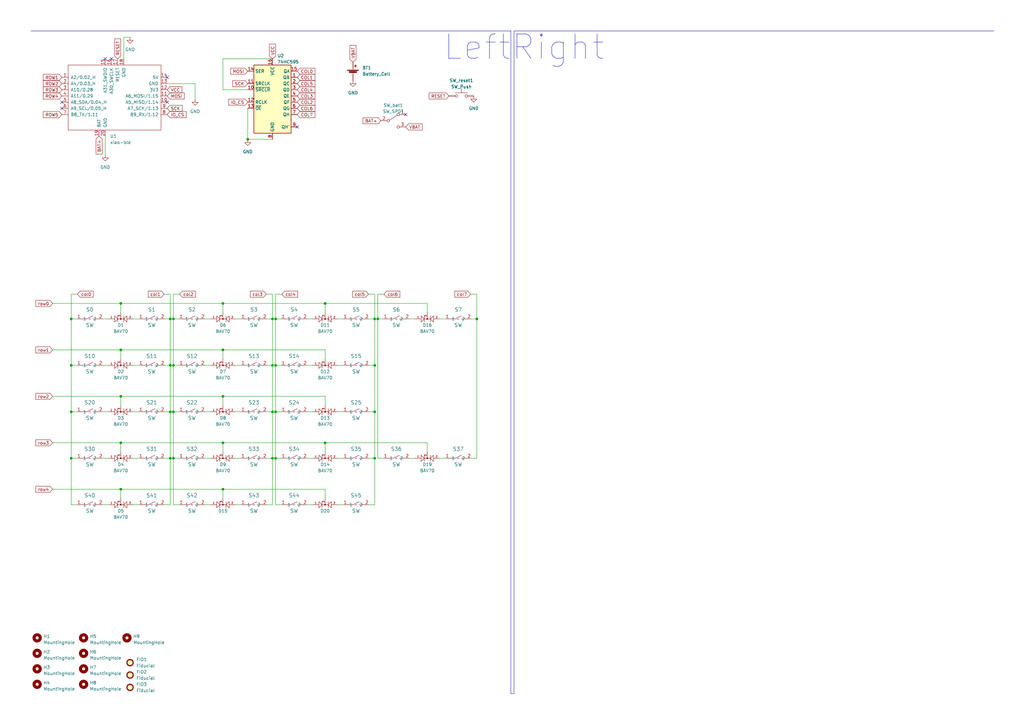
<source format=kicad_sch>
(kicad_sch (version 20230121) (generator eeschema)
  (paper "A3")
  (lib_symbols
    (symbol "74xx:74HC595"
      (property "Reference" "U" (at -7.62 13.97 0))
      (property "Value" "74HC595" (at -7.62 -16.51 0))
      (symbol "74HC595_1_0"
        (pin tri_state line (at 10.16 7.62 180) (length 2.54) (name "QB") (number "1"))
        (pin input line (at -10.16 2.54 0) (length 2.54) (name "~{SRCLR}") (number "10"))
        (pin input line (at -10.16 5.08 0) (length 2.54) (name "SRCLK") (number "11"))
        (pin input line (at -10.16 -2.54 0) (length 2.54) (name "RCLK") (number "12"))
        (pin input line (at -10.16 -5.08 0) (length 2.54) (name "~{OE}") (number "13"))
        (pin input line (at -10.16 10.16 0) (length 2.54) (name "SER") (number "14"))
        (pin tri_state line (at 10.16 10.16 180) (length 2.54) (name "QA") (number "15"))
        (pin power_in line (at 0 15.24 270) (length 2.54) (name "VCC") (number "16"))
        (pin tri_state line (at 10.16 5.08 180) (length 2.54) (name "QC") (number "2"))
        (pin tri_state line (at 10.16 2.54 180) (length 2.54) (name "QD") (number "3"))
        (pin tri_state line (at 10.16 0 180) (length 2.54) (name "QE") (number "4"))
        (pin tri_state line (at 10.16 -2.54 180) (length 2.54) (name "QF") (number "5"))
        (pin tri_state line (at 10.16 -5.08 180) (length 2.54) (name "QG") (number "6"))
        (pin tri_state line (at 10.16 -7.62 180) (length 2.54) (name "QH") (number "7"))
        (pin power_in line (at 0 -17.78 90) (length 2.54) (name "GND") (number "8"))
        (pin output line (at 10.16 -12.7 180) (length 2.54) (name "QH'") (number "9"))
      )
      (symbol "74HC595_1_1"
        (rectangle (start -7.62 12.7) (end 7.62 -15.24) (stroke (width 0.254)) (fill (type background)))
      )
    )
    (symbol "Device:Battery_Cell" (pin_numbers hide) (pin_names (offset 0) hide)
      (property "Reference" "BT" (at 2.54 2.54 0))
      (property "Value" "Battery_Cell" (at 2.54 0 0))
      (symbol "Battery_Cell_0_1"
        (rectangle (start -2.286 1.778) (end 2.286 1.524) (fill (type outline)))
        (rectangle (start -1.5748 1.1938) (end 1.4732 0.6858) (fill (type outline)))
        (polyline (pts (xy 0 0.762) (xy 0 0)))
        (polyline (pts (xy 0 1.778) (xy 0 2.54)))
        (polyline (pts (xy 0.508 3.429) (xy 1.524 3.429)) (stroke (width 0.254)))
        (polyline (pts (xy 1.016 3.937) (xy 1.016 2.921)) (stroke (width 0.254)))
      )
      (symbol "Battery_Cell_1_1"
        (pin passive line (at 0 5.08 270) (length 2.54) (name "+") (number "1"))
        (pin passive line (at 0 -2.54 90) (length 2.54) (name "-") (number "2"))
      )
    )
    (symbol "Mechanical:Fiducial"
      (property "Reference" "FID" (at 0 5.08 0))
      (property "Value" "Fiducial" (at 0 3.175 0))
      (symbol "Fiducial_0_1"
        (circle (center 0 0) (radius 1.27) (stroke (width 0.508)) (fill (type background)))
      )
    )
    (symbol "Mechanical:MountingHole" (pin_names (offset 1.016))
      (property "Reference" "H" (at 0 5.08 0))
      (property "Value" "MountingHole" (at 0 3.175 0))
      (symbol "MountingHole_0_1"
        (circle (center 0 0) (radius 1.27) (stroke (width 1.27)))
      )
    )
    (symbol "Switch:SW_Push" (pin_numbers hide) (pin_names (offset 1.016) hide)
      (property "Reference" "SW" (at 1.27 2.54 0))
      (property "Value" "SW_Push" (at 0 -1.524 0))
      (symbol "SW_Push_0_1"
        (circle (center -2.032 0) (radius 0.508))
        (polyline (pts (xy 0 1.27) (xy 0 3.048)))
        (polyline (pts (xy 2.54 1.27) (xy -2.54 1.27)))
        (circle (center 2.032 0) (radius 0.508))
        (pin passive line (at -5.08 0 0) (length 2.54) (name "1") (number "1"))
        (pin passive line (at 5.08 0 180) (length 2.54) (name "2") (number "2"))
      )
    )
    (symbol "Switch:SW_SPDT" (pin_names (offset 0) hide)
      (property "Reference" "SW" (at 0 4.318 0))
      (property "Value" "SW_SPDT" (at 0 -5.08 0))
      (symbol "SW_SPDT_0_0"
        (circle (center -2.032 0) (radius 0.508))
        (circle (center 2.032 -2.54) (radius 0.508))
      )
      (symbol "SW_SPDT_0_1"
        (polyline (pts (xy -1.524 0.254) (xy 1.651 2.286)))
        (circle (center 2.032 2.54) (radius 0.508))
      )
      (symbol "SW_SPDT_1_1"
        (pin passive line (at 5.08 2.54 180) (length 2.54) (name "A") (number "1"))
        (pin passive line (at -5.08 0 0) (length 2.54) (name "B") (number "2"))
        (pin passive line (at 5.08 -2.54 180) (length 2.54) (name "C") (number "3"))
      )
    )
    (symbol "YAEMK:MX_1U" (pin_names (offset 1.016))
      (property "Reference" "S" (at 0 -2.54 0))
      (property "Value" "MX_1U" (at 0 3.81 0))
      (symbol "MX_1U_1_1"
        (polyline (pts (xy 2.54 0) (xy 1.27 0)))
        (polyline (pts (xy 3.81 0) (xy 2.54 0)))
        (polyline (pts (xy 1.27 1.27) (xy -1.27 0) (xy -3.81 0)))
        (pin bidirectional line (at -5.08 0 0) (length 1.27) (name "1") (number "1"))
        (pin bidirectional line (at 5.08 0 180) (length 1.27) (name "2") (number "2"))
      )
    )
    (symbol "hillside_basic:BAV70_Small" (pin_names (offset 0.762) hide)
      (property "Reference" "D" (at 0.635 -2.54 0))
      (property "Value" "BAV70_Small" (at 0 2.54 0))
      (symbol "BAV70_Small_0_1"
        (polyline (pts (xy -1.27 1.27) (xy -1.27 -1.27)))
        (polyline (pts (xy 1.27 0) (xy -1.27 0)))
        (polyline (pts (xy 1.27 1.27) (xy 1.27 -1.27)))
        (polyline (pts (xy -2.54 1.27) (xy -2.54 -1.27) (xy -1.27 0) (xy -2.54 1.27)))
        (polyline (pts (xy 2.54 1.27) (xy 2.54 -1.27) (xy 1.27 0) (xy 2.54 1.27)))
        (circle (center 0 0) (radius 0.254) (fill (type outline)))
      )
      (symbol "BAV70_Small_1_1"
        (pin input line (at -5.08 0 0) (length 2.54) (name "A1") (number "1"))
        (pin input line (at 5.08 0 180) (length 2.54) (name "A2") (number "2"))
        (pin passive line (at 0 -2.54 90) (length 2.54) (name "K") (number "3"))
      )
    )
    (symbol "power:GND" (power) (pin_names (offset 0))
      (property "Value" "GND" (at 0 -3.81 0))
      (symbol "GND_0_1"
        (polyline (pts (xy 0 0) (xy 0 -1.27) (xy 1.27 -1.27) (xy 0 -2.54) (xy -1.27 -1.27) (xy 0 -1.27)))
      )
      (symbol "GND_1_1"
        (pin power_in line (at 0 0 270) (length 0) hide (name "GND") (number "1"))
      )
    )
    (symbol "sepp:xiao-ble-geist" (pin_names (offset 1.016))
      (property "Reference" "U1" (at -19.304 17.78 0))
      (property "Value" "xiao-ble" (at -19.304 15.24 0))
      (symbol "xiao-ble-geist_0_1"
        (rectangle (start -19.05 12.7) (end 19.05 -13.97))
      )
      (symbol "xiao-ble-geist_1_1"
        (pin bidirectional line (at -21.59 7.62 0) (length 2.54) (name "A2/0.02_H") (number "1"))
        (pin bidirectional line (at 21.59 -2.54 180) (length 2.54) (name "A5_MISO/1.14") (number "10"))
        (pin bidirectional line (at 21.59 0 180) (length 2.54) (name "A6_MOSI/1.15") (number "11"))
        (pin power_out line (at 21.59 2.54 180) (length 2.54) (name "3V3") (number "12"))
        (pin power_out line (at 21.59 5.08 180) (length 2.54) (name "GND") (number "13"))
        (pin power_out line (at 21.59 7.62 180) (length 2.54) (name "5V") (number "14"))
        (pin input line (at -3.81 15.24 270) (length 2.54) (name "A31_SWDIO") (number "15"))
        (pin input line (at -1.27 15.24 270) (length 2.54) (name "A30_SWCLK") (number "16"))
        (pin input line (at 1.27 15.24 270) (length 2.54) (name "RESET") (number "17"))
        (pin power_out line (at 3.81 15.24 270) (length 2.54) (name "GND") (number "18"))
        (pin bidirectional line (at -6.35 -16.51 90) (length 2.54) (name "BAT") (number "19"))
        (pin bidirectional line (at -21.59 5.08 0) (length 2.54) (name "A4/0.03_H") (number "2"))
        (pin power_out line (at -3.81 -16.51 90) (length 2.54) (name "GND") (number "20"))
        (pin bidirectional line (at -21.59 2.54 0) (length 2.54) (name "A10/0.28") (number "3"))
        (pin bidirectional line (at -21.59 0 0) (length 2.54) (name "A11/0.29") (number "4"))
        (pin bidirectional line (at -21.59 -2.54 0) (length 2.54) (name "A8_SDA/0.04_H") (number "5"))
        (pin bidirectional line (at -21.59 -5.08 0) (length 2.54) (name "A9_SCL/0.05_H") (number "6"))
        (pin bidirectional line (at -21.59 -7.62 0) (length 2.54) (name "B8_TX/1.11") (number "7"))
        (pin bidirectional line (at 21.59 -7.62 180) (length 2.54) (name "B9_RX/1.12") (number "8"))
        (pin bidirectional line (at 21.59 -5.08 180) (length 2.54) (name "A7_SCK/1.13") (number "9"))
      )
    )
  )
  (junction (at 153.67 149.86))
  (junction (at 113.03 130.81))
  (junction (at 153.67 187.96))
  (junction (at 49.53 162.56))
  (junction (at 111.76 130.81))
  (junction (at 49.53 143.51))
  (junction (at 91.44 162.56))
  (junction (at 69.85 149.86))
  (junction (at 113.03 187.96))
  (junction (at 71.12 168.91))
  (junction (at 71.12 149.86))
  (junction (at 113.03 168.91))
  (junction (at 153.67 130.81))
  (junction (at 29.21 149.86))
  (junction (at 69.85 130.81))
  (junction (at 154.94 130.81))
  (junction (at 49.53 181.61))
  (junction (at 71.12 187.96))
  (junction (at 29.21 130.81))
  (junction (at 153.67 168.91))
  (junction (at 111.76 187.96))
  (junction (at 195.58 130.81))
  (junction (at 133.35 181.61))
  (junction (at 91.44 181.61))
  (junction (at 91.44 143.51))
  (junction (at 113.03 149.86))
  (junction (at 49.53 200.66))
  (junction (at 111.76 149.86))
  (junction (at 29.21 187.96))
  (junction (at 111.76 168.91))
  (junction (at 29.21 168.91))
  (junction (at 69.85 187.96))
  (junction (at 91.44 124.46))
  (junction (at 101.6 57.15))
  (junction (at 71.12 130.81))
  (junction (at 91.44 200.66))
  (junction (at 69.85 168.91))
  (junction (at 49.53 124.46))
  (junction (at 133.35 124.46))
  (no_connect (at 25.4 44.45))
  (no_connect (at 68.58 31.75))
  (no_connect (at 68.58 41.91))
  (no_connect (at 166.37 46.99))
  (no_connect (at 45.72 24.13))
  (no_connect (at 25.4 41.91))
  (no_connect (at 43.18 24.13))
  (no_connect (at 121.92 52.07))
  (wire (pts (xy 111.76 120.65) (xy 109.22 120.65)))
  (wire (pts (xy 21.59 124.46) (xy 49.53 124.46)))
  (wire (pts (xy 111.76 168.91) (xy 111.76 149.86)))
  (wire (pts (xy 71.12 130.81) (xy 71.12 120.65)))
  (wire (pts (xy 49.53 162.56) (xy 49.53 166.37)))
  (wire (pts (xy 91.44 181.61) (xy 133.35 181.61)))
  (wire (pts (xy 115.57 207.01) (xy 113.03 207.01)))
  (wire (pts (xy 83.82 130.81) (xy 86.36 130.81)))
  (wire (pts (xy 91.44 143.51) (xy 91.44 147.32)))
  (wire (pts (xy 91.44 124.46) (xy 91.44 128.27)))
  (wire (pts (xy 138.43 207.01) (xy 140.97 207.01)))
  (wire (pts (xy 125.73 207.01) (xy 128.27 207.01)))
  (wire (pts (xy 113.03 130.81) (xy 115.57 130.81)))
  (polyline (pts (xy 210.82 12.7) (xy 210.82 284.48)))
  (wire (pts (xy 83.82 187.96) (xy 86.36 187.96)))
  (wire (pts (xy 113.03 187.96) (xy 113.03 168.91)))
  (wire (pts (xy 29.21 187.96) (xy 29.21 207.01)))
  (wire (pts (xy 71.12 130.81) (xy 73.66 130.81)))
  (wire (pts (xy 80.01 40.64) (xy 80.01 34.29)))
  (wire (pts (xy 133.35 162.56) (xy 133.35 166.37)))
  (wire (pts (xy 193.04 130.81) (xy 195.58 130.81)))
  (wire (pts (xy 91.44 24.13) (xy 111.76 24.13)))
  (wire (pts (xy 133.35 181.61) (xy 133.35 185.42)))
  (wire (pts (xy 154.94 130.81) (xy 154.94 187.96)))
  (wire (pts (xy 54.61 187.96) (xy 57.15 187.96)))
  (wire (pts (xy 96.52 130.81) (xy 99.06 130.81)))
  (wire (pts (xy 153.67 207.01) (xy 153.67 187.96)))
  (wire (pts (xy 125.73 130.81) (xy 128.27 130.81)))
  (wire (pts (xy 91.44 36.83) (xy 91.44 24.13)))
  (wire (pts (xy 175.26 181.61) (xy 175.26 185.42)))
  (wire (pts (xy 71.12 149.86) (xy 71.12 130.81)))
  (wire (pts (xy 71.12 168.91) (xy 73.66 168.91)))
  (wire (pts (xy 154.94 120.65) (xy 157.48 120.65)))
  (wire (pts (xy 49.53 124.46) (xy 49.53 128.27)))
  (wire (pts (xy 69.85 130.81) (xy 69.85 120.65)))
  (wire (pts (xy 54.61 130.81) (xy 57.15 130.81)))
  (wire (pts (xy 175.26 124.46) (xy 175.26 128.27)))
  (wire (pts (xy 113.03 187.96) (xy 115.57 187.96)))
  (wire (pts (xy 67.31 168.91) (xy 69.85 168.91)))
  (wire (pts (xy 153.67 149.86) (xy 153.67 130.81)))
  (wire (pts (xy 71.12 187.96) (xy 73.66 187.96)))
  (wire (pts (xy 21.59 143.51) (xy 49.53 143.51)))
  (wire (pts (xy 53.34 15.24) (xy 50.8 15.24)))
  (wire (pts (xy 111.76 207.01) (xy 111.76 187.96)))
  (wire (pts (xy 21.59 181.61) (xy 49.53 181.61)))
  (wire (pts (xy 138.43 149.86) (xy 140.97 149.86)))
  (wire (pts (xy 113.03 168.91) (xy 113.03 149.86)))
  (wire (pts (xy 151.13 187.96) (xy 153.67 187.96)))
  (wire (pts (xy 113.03 130.81) (xy 113.03 120.65)))
  (wire (pts (xy 71.12 149.86) (xy 73.66 149.86)))
  (wire (pts (xy 133.35 181.61) (xy 175.26 181.61)))
  (wire (pts (xy 113.03 149.86) (xy 115.57 149.86)))
  (wire (pts (xy 71.12 168.91) (xy 71.12 149.86)))
  (wire (pts (xy 91.44 143.51) (xy 133.35 143.51)))
  (polyline (pts (xy 210.82 284.48) (xy 209.55 284.48)))
  (wire (pts (xy 71.12 187.96) (xy 71.12 168.91)))
  (wire (pts (xy 54.61 149.86) (xy 57.15 149.86)))
  (wire (pts (xy 50.8 15.24) (xy 50.8 24.13)))
  (wire (pts (xy 180.34 187.96) (xy 182.88 187.96)))
  (wire (pts (xy 151.13 168.91) (xy 153.67 168.91)))
  (wire (pts (xy 111.76 187.96) (xy 111.76 168.91)))
  (wire (pts (xy 101.6 36.83) (xy 91.44 36.83)))
  (wire (pts (xy 109.22 149.86) (xy 111.76 149.86)))
  (wire (pts (xy 69.85 149.86) (xy 69.85 130.81)))
  (wire (pts (xy 91.44 200.66) (xy 91.44 204.47)))
  (wire (pts (xy 29.21 187.96) (xy 31.75 187.96)))
  (wire (pts (xy 21.59 162.56) (xy 49.53 162.56)))
  (wire (pts (xy 29.21 149.86) (xy 29.21 130.81)))
  (wire (pts (xy 91.44 181.61) (xy 91.44 185.42)))
  (wire (pts (xy 69.85 168.91) (xy 69.85 149.86)))
  (wire (pts (xy 29.21 207.01) (xy 31.75 207.01)))
  (wire (pts (xy 91.44 162.56) (xy 133.35 162.56)))
  (wire (pts (xy 29.21 168.91) (xy 29.21 149.86)))
  (wire (pts (xy 133.35 124.46) (xy 175.26 124.46)))
  (wire (pts (xy 154.94 130.81) (xy 157.48 130.81)))
  (wire (pts (xy 49.53 181.61) (xy 91.44 181.61)))
  (wire (pts (xy 41.91 130.81) (xy 44.45 130.81)))
  (wire (pts (xy 67.31 149.86) (xy 69.85 149.86)))
  (wire (pts (xy 67.31 187.96) (xy 69.85 187.96)))
  (wire (pts (xy 96.52 149.86) (xy 99.06 149.86)))
  (wire (pts (xy 138.43 187.96) (xy 140.97 187.96)))
  (wire (pts (xy 41.91 187.96) (xy 44.45 187.96)))
  (wire (pts (xy 29.21 187.96) (xy 29.21 168.91)))
  (wire (pts (xy 49.53 181.61) (xy 49.53 185.42)))
  (wire (pts (xy 49.53 143.51) (xy 49.53 147.32)))
  (wire (pts (xy 96.52 187.96) (xy 99.06 187.96)))
  (wire (pts (xy 91.44 124.46) (xy 133.35 124.46)))
  (wire (pts (xy 111.76 149.86) (xy 111.76 130.81)))
  (wire (pts (xy 133.35 143.51) (xy 133.35 147.32)))
  (polyline (pts (xy 209.55 284.48) (xy 209.55 12.7)))
  (wire (pts (xy 91.44 162.56) (xy 91.44 166.37)))
  (wire (pts (xy 83.82 168.91) (xy 86.36 168.91)))
  (wire (pts (xy 41.91 149.86) (xy 44.45 149.86)))
  (wire (pts (xy 195.58 120.65) (xy 195.58 130.81)))
  (wire (pts (xy 167.64 130.81) (xy 170.18 130.81)))
  (wire (pts (xy 138.43 168.91) (xy 140.97 168.91)))
  (wire (pts (xy 195.58 130.81) (xy 195.58 187.96)))
  (wire (pts (xy 138.43 130.81) (xy 140.97 130.81)))
  (wire (pts (xy 133.35 200.66) (xy 133.35 204.47)))
  (wire (pts (xy 29.21 168.91) (xy 31.75 168.91)))
  (wire (pts (xy 29.21 130.81) (xy 31.75 130.81)))
  (wire (pts (xy 151.13 130.81) (xy 153.67 130.81)))
  (wire (pts (xy 29.21 120.65) (xy 31.75 120.65)))
  (wire (pts (xy 96.52 207.01) (xy 99.06 207.01)))
  (wire (pts (xy 154.94 130.81) (xy 154.94 120.65)))
  (wire (pts (xy 113.03 168.91) (xy 115.57 168.91)))
  (wire (pts (xy 153.67 120.65) (xy 151.13 120.65)))
  (wire (pts (xy 49.53 162.56) (xy 91.44 162.56)))
  (wire (pts (xy 96.52 168.91) (xy 99.06 168.91)))
  (wire (pts (xy 153.67 187.96) (xy 153.67 168.91)))
  (wire (pts (xy 109.22 168.91) (xy 111.76 168.91)))
  (wire (pts (xy 80.01 34.29) (xy 68.58 34.29)))
  (wire (pts (xy 125.73 149.86) (xy 128.27 149.86)))
  (wire (pts (xy 151.13 149.86) (xy 153.67 149.86)))
  (wire (pts (xy 83.82 149.86) (xy 86.36 149.86)))
  (polyline (pts (xy 407.67 12.7) (xy 210.82 12.7)))
  (wire (pts (xy 91.44 200.66) (xy 133.35 200.66)))
  (wire (pts (xy 69.85 207.01) (xy 67.31 207.01)))
  (wire (pts (xy 49.53 200.66) (xy 49.53 204.47)))
  (wire (pts (xy 101.6 44.45) (xy 101.6 57.15)))
  (wire (pts (xy 41.91 168.91) (xy 44.45 168.91)))
  (wire (pts (xy 21.59 200.66) (xy 49.53 200.66)))
  (wire (pts (xy 69.85 120.65) (xy 67.31 120.65)))
  (wire (pts (xy 71.12 207.01) (xy 73.66 207.01)))
  (wire (pts (xy 113.03 120.65) (xy 115.57 120.65)))
  (wire (pts (xy 29.21 149.86) (xy 31.75 149.86)))
  (wire (pts (xy 49.53 143.51) (xy 91.44 143.51)))
  (wire (pts (xy 113.03 207.01) (xy 113.03 187.96)))
  (wire (pts (xy 109.22 130.81) (xy 111.76 130.81)))
  (wire (pts (xy 180.34 130.81) (xy 182.88 130.81)))
  (wire (pts (xy 193.04 187.96) (xy 195.58 187.96)))
  (wire (pts (xy 49.53 200.66) (xy 91.44 200.66)))
  (wire (pts (xy 153.67 130.81) (xy 153.67 120.65)))
  (wire (pts (xy 67.31 130.81) (xy 69.85 130.81)))
  (wire (pts (xy 195.58 120.65) (xy 193.04 120.65)))
  (wire (pts (xy 111.76 130.81) (xy 111.76 120.65)))
  (wire (pts (xy 71.12 187.96) (xy 71.12 207.01)))
  (wire (pts (xy 154.94 187.96) (xy 157.48 187.96)))
  (wire (pts (xy 125.73 168.91) (xy 128.27 168.91)))
  (wire (pts (xy 54.61 168.91) (xy 57.15 168.91)))
  (wire (pts (xy 71.12 120.65) (xy 73.66 120.65)))
  (wire (pts (xy 133.35 124.46) (xy 133.35 128.27)))
  (wire (pts (xy 153.67 168.91) (xy 153.67 149.86)))
  (wire (pts (xy 101.6 57.15) (xy 111.76 57.15)))
  (wire (pts (xy 69.85 187.96) (xy 69.85 168.91)))
  (wire (pts (xy 109.22 187.96) (xy 111.76 187.96)))
  (wire (pts (xy 151.13 207.01) (xy 153.67 207.01)))
  (wire (pts (xy 83.82 207.01) (xy 86.36 207.01)))
  (wire (pts (xy 41.91 207.01) (xy 44.45 207.01)))
  (wire (pts (xy 125.73 187.96) (xy 128.27 187.96)))
  (wire (pts (xy 69.85 187.96) (xy 69.85 207.01)))
  (wire (pts (xy 113.03 149.86) (xy 113.03 130.81)))
  (wire (pts (xy 49.53 124.46) (xy 91.44 124.46)))
  (wire (pts (xy 109.22 207.01) (xy 111.76 207.01)))
  (wire (pts (xy 54.61 207.01) (xy 57.15 207.01)))
  (wire (pts (xy 167.64 187.96) (xy 170.18 187.96)))
  (wire (pts (xy 29.21 130.81) (xy 29.21 120.65)))
  (polyline (pts (xy 12.7 12.7) (xy 209.55 12.7)))
  (wire (pts (xy 43.18 63.5) (xy 43.18 55.88)))
  (text "Left" (at 181.61 25.4 0) (effects (font (size 10 10)) (justify left bottom)))
  (text "Right" (at 209.55 25.4 0) (effects (font (size 10 10)) (justify left bottom)))
  (global_label "COL4" (shape input) (at 121.92 36.83 0) (property "Intersheetrefs" "${INTERSHEET_REFS}" (effects hide)))
  (global_label "col2" (shape input) (at 73.66 120.65 0) (property "Intersheetrefs" "${INTERSHEET_REFS}" (effects hide)) (property "Referenzen zwischen Schaltplänen" "${INTERSHEET_REFS}" (effects hide)))
  (global_label "RESET" (shape input) (at 48.26 24.13 90) (property "Intersheetrefs" "${INTERSHEET_REFS}" (effects hide)))
  (global_label "COL1" (shape input) (at 121.92 31.75 0) (property "Intersheetrefs" "${INTERSHEET_REFS}" (effects hide)))
  (global_label "ROW1" (shape input) (at 25.4 31.75 180) (property "Intersheetrefs" "${INTERSHEET_REFS}" (effects hide)))
  (global_label "COL6" (shape input) (at 121.92 44.45 0) (property "Intersheetrefs" "${INTERSHEET_REFS}" (effects hide)))
  (global_label "row2" (shape input) (at 21.59 162.56 180) (property "Intersheetrefs" "${INTERSHEET_REFS}" (effects hide)) (property "Referenzen zwischen Schaltplänen" "${INTERSHEET_REFS}" (effects hide)))
  (global_label "IO_CS" (shape input) (at 101.6 41.91 180) (property "Intersheetrefs" "${INTERSHEET_REFS}" (effects hide)))
  (global_label "row3" (shape input) (at 21.59 181.61 180) (property "Intersheetrefs" "${INTERSHEET_REFS}" (effects hide)) (property "Referenzen zwischen Schaltplänen" "${INTERSHEET_REFS}" (effects hide)))
  (global_label "SCK" (shape input) (at 68.58 44.45 0) (property "Intersheetrefs" "${INTERSHEET_REFS}" (effects hide)))
  (global_label "col4" (shape input) (at 115.57 120.65 0) (property "Intersheetrefs" "${INTERSHEET_REFS}" (effects hide)) (property "Referenzen zwischen Schaltplänen" "${INTERSHEET_REFS}" (effects hide)))
  (global_label "BAT+" (shape input) (at 156.21 49.53 180) (property "Intersheetrefs" "${INTERSHEET_REFS}" (effects hide)))
  (global_label "MOSI" (shape input) (at 68.58 39.37 0) (property "Intersheetrefs" "${INTERSHEET_REFS}" (effects hide)))
  (global_label "row1" (shape input) (at 21.59 143.51 180) (property "Intersheetrefs" "${INTERSHEET_REFS}" (effects hide)) (property "Referenzen zwischen Schaltplänen" "${INTERSHEET_REFS}" (effects hide)))
  (global_label "row0" (shape input) (at 21.59 124.46 180) (property "Intersheetrefs" "${INTERSHEET_REFS}" (effects hide)) (property "Referenzen zwischen Schaltplänen" "${INTERSHEET_REFS}" (effects hide)))
  (global_label "VCC" (shape input) (at 111.76 24.13 90) (property "Intersheetrefs" "${INTERSHEET_REFS}" (effects hide)))
  (global_label "COL2" (shape input) (at 121.92 41.91 0) (property "Intersheetrefs" "${INTERSHEET_REFS}" (effects hide)))
  (global_label "ROW3" (shape input) (at 25.4 36.83 180) (property "Intersheetrefs" "${INTERSHEET_REFS}" (effects hide)))
  (global_label "col0" (shape input) (at 31.75 120.65 0) (property "Intersheetrefs" "${INTERSHEET_REFS}" (effects hide)) (property "Referenzen zwischen Schaltplänen" "${INTERSHEET_REFS}" (effects hide)))
  (global_label "VBAT" (shape input) (at 144.78 25.4 90) (property "Intersheetrefs" "${INTERSHEET_REFS}" (effects hide)))
  (global_label "SCK" (shape input) (at 101.6 34.29 180) (property "Intersheetrefs" "${INTERSHEET_REFS}" (effects hide)))
  (global_label "BAT+" (shape input) (at 40.64 55.88 270) (property "Intersheetrefs" "${INTERSHEET_REFS}" (effects hide)))
  (global_label "IO_CS" (shape input) (at 68.58 46.99 0) (property "Intersheetrefs" "${INTERSHEET_REFS}" (effects hide)))
  (global_label "COL3" (shape input) (at 121.92 39.37 0) (property "Intersheetrefs" "${INTERSHEET_REFS}" (effects hide)))
  (global_label "ROW5" (shape input) (at 25.4 46.99 180) (property "Intersheetrefs" "${INTERSHEET_REFS}" (effects hide)))
  (global_label "VCC" (shape input) (at 68.58 36.83 0) (property "Intersheetrefs" "${INTERSHEET_REFS}" (effects hide)))
  (global_label "col6" (shape input) (at 157.48 120.65 0) (property "Intersheetrefs" "${INTERSHEET_REFS}" (effects hide)) (property "Referenzen zwischen Schaltplänen" "${INTERSHEET_REFS}" (effects hide)))
  (global_label "col3" (shape input) (at 109.22 120.65 180) (property "Intersheetrefs" "${INTERSHEET_REFS}" (effects hide)) (property "Referenzen zwischen Schaltplänen" "${INTERSHEET_REFS}" (effects hide)))
  (global_label "VBAT" (shape input) (at 166.37 52.07 0) (property "Intersheetrefs" "${INTERSHEET_REFS}" (effects hide)))
  (global_label "COL7" (shape input) (at 121.92 46.99 0) (property "Intersheetrefs" "${INTERSHEET_REFS}" (effects hide)))
  (global_label "RESET" (shape input) (at 184.15 39.37 180) (property "Intersheetrefs" "${INTERSHEET_REFS}" (effects hide)))
  (global_label "MOSI" (shape input) (at 101.6 29.21 180) (property "Intersheetrefs" "${INTERSHEET_REFS}" (effects hide)))
  (global_label "COL0" (shape input) (at 121.92 29.21 0) (property "Intersheetrefs" "${INTERSHEET_REFS}" (effects hide)))
  (global_label "ROW2" (shape input) (at 25.4 34.29 180) (property "Intersheetrefs" "${INTERSHEET_REFS}" (effects hide)))
  (global_label "ROW4" (shape input) (at 25.4 39.37 180) (property "Intersheetrefs" "${INTERSHEET_REFS}" (effects hide)))
  (global_label "row4" (shape input) (at 21.59 200.66 180) (property "Intersheetrefs" "${INTERSHEET_REFS}" (effects hide)) (property "Referenzen zwischen Schaltplänen" "${INTERSHEET_REFS}" (effects hide)))
  (global_label "col1" (shape input) (at 67.31 120.65 180) (property "Intersheetrefs" "${INTERSHEET_REFS}" (effects hide)) (property "Referenzen zwischen Schaltplänen" "${INTERSHEET_REFS}" (effects hide)))
  (global_label "col7" (shape input) (at 193.04 120.65 180) (property "Intersheetrefs" "${INTERSHEET_REFS}" (effects hide)) (property "Referenzen zwischen Schaltplänen" "${INTERSHEET_REFS}" (effects hide)))
  (global_label "COL5" (shape input) (at 121.92 34.29 0) (property "Intersheetrefs" "${INTERSHEET_REFS}" (effects hide)))
  (global_label "col5" (shape input) (at 151.13 120.65 180) (property "Intersheetrefs" "${INTERSHEET_REFS}" (effects hide)) (property "Referenzen zwischen Schaltplänen" "${INTERSHEET_REFS}" (effects hide)))
  (symbol (lib_id "Mechanical:MountingHole") (at 15.24 261.62 0) (unit 1)
    (property "Reference" "H1" (at 17.78 260.985 0) (effects (justify left)))
    (property "Value" "MountingHole" (at 17.78 263.525 0) (effects (justify left)))
    (property "Footprint" "MountingHole:MountingHole_2.2mm_M2_DIN965" (effects hide))
  )
  (symbol (lib_id "power:GND") (at 53.34 15.24 0) (unit 1)
    (property "Reference" "#PWR02" (effects hide))
    (property "Value" "GND" (at 53.34 20.32 0))
  )
  (symbol (lib_id "Mechanical:Fiducial") (at 53.34 271.78 0) (unit 1)
    (property "Reference" "FID1" (at 55.88 270.5099 0) (effects (justify left)))
    (property "Value" "Fiducial" (at 55.88 273.0499 0) (effects (justify left)))
    (property "Footprint" "Fiducial:Fiducial_1mm_Mask2mm" (effects hide))
  )
  (symbol (lib_id "Mechanical:Fiducial") (at 53.34 281.94 0) (unit 1)
    (property "Reference" "FID3" (at 55.88 280.6699 0) (effects (justify left)))
    (property "Value" "Fiducial" (at 55.88 283.2099 0) (effects (justify left)))
    (property "Footprint" "Fiducial:Fiducial_1mm_Mask2mm" (effects hide))
  )
  (symbol (lib_id "power:GND") (at 101.6 57.15 0) (unit 1)
    (property "Reference" "#PWR04" (effects hide))
    (property "Value" "GND" (at 101.6 62.23 0))
  )
  (symbol (lib_id "YAEMK:MX_1U") (at 146.05 149.86 0) (unit 1)
    (property "Reference" "S15" (at 146.05 146.05 0) (effects (font (size 1.524 1.524))))
    (property "Value" "SW" (at 146.05 152.4 0) (effects (font (size 1.524 1.524))))
    (property "Footprint" "pretty:MX-1U-Hotswap" (effects hide))
    (property "Datasheet" "~" (at 146.05 149.86 0) (effects (font (size 1.524 1.524))))
    (property "JLCPCB BOM" "0" (effects hide))
  )
  (symbol (lib_id "hillside_basic:BAV70_Small") (at 49.53 207.01 0) (mirror x) (unit 1)
    (property "Reference" "D5" (at 49.53 209.55 0))
    (property "Value" "BAV70" (at 49.53 212.09 0))
    (property "Footprint" "Package_TO_SOT_SMD:SOT-23" (effects hide))
    (property "Datasheet" "https://assets.nexperia.com/documents/data-sheet/BAV70_SER.pdf" (effects hide))
  )
  (symbol (lib_id "power:GND") (at 80.01 40.64 0) (unit 1)
    (property "Reference" "#PWR03" (effects hide))
    (property "Value" "GND" (at 80.01 45.72 0))
  )
  (symbol (lib_id "hillside_basic:BAV70_Small") (at 91.44 130.81 0) (mirror x) (unit 1)
    (property "Reference" "D6" (at 91.44 133.35 0))
    (property "Value" "BAV70" (at 91.44 135.89 0))
    (property "Footprint" "Package_TO_SOT_SMD:SOT-23" (effects hide))
    (property "Datasheet" "https://assets.nexperia.com/documents/data-sheet/BAV70_SER.pdf" (effects hide))
  )
  (symbol (lib_id "YAEMK:MX_1U") (at 104.14 187.96 0) (unit 1)
    (property "Reference" "S33" (at 104.14 184.15 0) (effects (font (size 1.524 1.524))))
    (property "Value" "SW" (at 104.14 190.5 0) (effects (font (size 1.524 1.524))))
    (property "Footprint" "pretty:MX-1U-Hotswap" (effects hide))
    (property "Datasheet" "~" (at 104.14 187.96 0) (effects (font (size 1.524 1.524))))
    (property "JLCPCB BOM" "0" (effects hide))
  )
  (symbol (lib_id "YAEMK:MX_1U") (at 78.74 130.81 0) (unit 1)
    (property "Reference" "S2" (at 78.74 127 0) (effects (font (size 1.524 1.524))))
    (property "Value" "SW" (at 78.74 133.35 0) (effects (font (size 1.524 1.524))))
    (property "Footprint" "pretty:MX-1U-Hotswap" (effects hide))
    (property "Datasheet" "~" (at 78.74 130.81 0) (effects (font (size 1.524 1.524))))
    (property "JLCPCB BOM" "0" (effects hide))
  )
  (symbol (lib_id "Switch:SW_Push") (at 189.23 39.37 0) (unit 1)
    (property "Reference" "SW_reset1" (at 189.23 33.02 0))
    (property "Value" "SW_Push" (at 189.23 35.56 0))
    (property "Footprint" "sepp:ResetSW" (effects hide))
  )
  (symbol (lib_id "power:GND") (at 144.78 33.02 0) (unit 1)
    (property "Reference" "#PWR05" (effects hide))
    (property "Value" "GND" (at 144.78 38.1 0))
  )
  (symbol (lib_id "YAEMK:MX_1U") (at 62.23 149.86 0) (unit 1)
    (property "Reference" "S11" (at 62.23 146.05 0) (effects (font (size 1.524 1.524))))
    (property "Value" "SW" (at 62.23 152.4 0) (effects (font (size 1.524 1.524))))
    (property "Footprint" "pretty:MX-1U-Hotswap" (effects hide))
    (property "Datasheet" "~" (at 62.23 149.86 0) (effects (font (size 1.524 1.524))))
    (property "JLCPCB BOM" "0" (effects hide))
  )
  (symbol (lib_id "74xx:74HC595") (at 111.76 39.37 0) (unit 1)
    (property "Reference" "U2" (at 113.7159 22.86 0) (effects (justify left)))
    (property "Value" "74HC595" (at 113.7159 25.4 0) (effects (justify left)))
    (property "Footprint" "Package_SO:SOP-16_3.9x9.9mm_P1.27mm" (effects hide))
    (property "Datasheet" "http://www.ti.com/lit/ds/symlink/sn74hc595.pdf" (effects hide))
  )
  (symbol (lib_id "YAEMK:MX_1U") (at 78.74 207.01 0) (unit 1)
    (property "Reference" "S42" (at 78.74 203.2 0) (effects (font (size 1.524 1.524))))
    (property "Value" "SW" (at 78.74 209.55 0) (effects (font (size 1.524 1.524))))
    (property "Footprint" "pretty:MX-1U-Hotswap" (effects hide))
    (property "Datasheet" "~" (at 78.74 207.01 0) (effects (font (size 1.524 1.524))))
    (property "JLCPCB BOM" "0" (effects hide))
  )
  (symbol (lib_id "YAEMK:MX_1U") (at 36.83 187.96 0) (unit 1)
    (property "Reference" "S30" (at 36.83 184.15 0) (effects (font (size 1.524 1.524))))
    (property "Value" "SW" (at 36.83 190.5 0) (effects (font (size 1.524 1.524))))
    (property "Footprint" "pretty:MX-1U-Hotswap" (effects hide))
    (property "Datasheet" "~" (at 36.83 187.96 0) (effects (font (size 1.524 1.524))))
    (property "JLCPCB BOM" "0" (effects hide))
  )
  (symbol (lib_id "YAEMK:MX_1U") (at 120.65 149.86 0) (unit 1)
    (property "Reference" "S14" (at 120.65 146.05 0) (effects (font (size 1.524 1.524))))
    (property "Value" "SW" (at 120.65 152.4 0) (effects (font (size 1.524 1.524))))
    (property "Footprint" "pretty:MX-1U-Hotswap" (effects hide))
    (property "Datasheet" "~" (at 120.65 149.86 0) (effects (font (size 1.524 1.524))))
    (property "JLCPCB BOM" "0" (effects hide))
  )
  (symbol (lib_id "YAEMK:MX_1U") (at 104.14 207.01 0) (unit 1)
    (property "Reference" "S43" (at 104.14 203.2 0) (effects (font (size 1.524 1.524))))
    (property "Value" "SW" (at 104.14 209.55 0) (effects (font (size 1.524 1.524))))
    (property "Footprint" "pretty:MX-1U-Hotswap" (effects hide))
    (property "Datasheet" "~" (at 104.14 207.01 0) (effects (font (size 1.524 1.524))))
    (property "JLCPCB BOM" "0" (effects hide))
  )
  (symbol (lib_id "hillside_basic:BAV70_Small") (at 133.35 168.91 0) (mirror x) (unit 1)
    (property "Reference" "D13" (at 133.35 171.45 0))
    (property "Value" "BAV70" (at 133.35 173.99 0))
    (property "Footprint" "Package_TO_SOT_SMD:SOT-23" (effects hide))
    (property "Datasheet" "https://assets.nexperia.com/documents/data-sheet/BAV70_SER.pdf" (effects hide))
  )
  (symbol (lib_id "YAEMK:MX_1U") (at 162.56 187.96 0) (unit 1)
    (property "Reference" "S36" (at 162.56 184.15 0) (effects (font (size 1.524 1.524))))
    (property "Value" "SW" (at 162.56 190.5 0) (effects (font (size 1.524 1.524))))
    (property "Footprint" "pretty:MX-1U-Hotswap" (effects hide))
    (property "Datasheet" "~" (at 162.56 187.96 0) (effects (font (size 1.524 1.524))))
    (property "JLCPCB BOM" "0" (effects hide))
  )
  (symbol (lib_id "hillside_basic:BAV70_Small") (at 91.44 187.96 0) (mirror x) (unit 1)
    (property "Reference" "D9" (at 91.44 190.5 0))
    (property "Value" "BAV70" (at 91.44 193.04 0))
    (property "Footprint" "Package_TO_SOT_SMD:SOT-23" (effects hide))
    (property "Datasheet" "https://assets.nexperia.com/documents/data-sheet/BAV70_SER.pdf" (effects hide))
  )
  (symbol (lib_id "YAEMK:MX_1U") (at 78.74 187.96 0) (unit 1)
    (property "Reference" "S32" (at 78.74 184.15 0) (effects (font (size 1.524 1.524))))
    (property "Value" "SW" (at 78.74 190.5 0) (effects (font (size 1.524 1.524))))
    (property "Footprint" "pretty:MX-1U-Hotswap" (effects hide))
    (property "Datasheet" "~" (at 78.74 187.96 0) (effects (font (size 1.524 1.524))))
    (property "JLCPCB BOM" "0" (effects hide))
  )
  (symbol (lib_id "power:GND") (at 194.31 39.37 0) (unit 1)
    (property "Reference" "#PWR06" (effects hide))
    (property "Value" "GND" (at 194.31 44.45 0))
  )
  (symbol (lib_id "Mechanical:MountingHole") (at 15.24 274.32 0) (unit 1)
    (property "Reference" "H3" (at 17.78 273.685 0) (effects (justify left)))
    (property "Value" "MountingHole" (at 17.78 276.225 0) (effects (justify left)))
    (property "Footprint" "MountingHole:MountingHole_2.2mm_M2_DIN965" (effects hide))
  )
  (symbol (lib_id "hillside_basic:BAV70_Small") (at 133.35 149.86 0) (mirror x) (unit 1)
    (property "Reference" "D12" (at 133.35 152.4 0))
    (property "Value" "BAV70" (at 133.35 154.94 0))
    (property "Footprint" "Package_TO_SOT_SMD:SOT-23" (effects hide))
    (property "Datasheet" "https://assets.nexperia.com/documents/data-sheet/BAV70_SER.pdf" (effects hide))
  )
  (symbol (lib_id "hillside_basic:BAV70_Small") (at 91.44 207.01 0) (mirror x) (unit 1)
    (property "Reference" "D15" (at 91.44 209.55 0))
    (property "Value" "BAV70" (effects hide))
    (property "Footprint" "Package_TO_SOT_SMD:SOT-23" (effects hide))
    (property "Datasheet" "https://assets.nexperia.com/documents/data-sheet/BAV70_SER.pdf" (effects hide))
  )
  (symbol (lib_id "hillside_basic:BAV70_Small") (at 49.53 149.86 0) (mirror x) (unit 1)
    (property "Reference" "D2" (at 49.53 152.4 0))
    (property "Value" "BAV70" (at 49.53 154.94 0))
    (property "Footprint" "Package_TO_SOT_SMD:SOT-23" (effects hide))
    (property "Datasheet" "https://assets.nexperia.com/documents/data-sheet/BAV70_SER.pdf" (effects hide))
  )
  (symbol (lib_id "YAEMK:MX_1U") (at 120.65 130.81 0) (unit 1)
    (property "Reference" "S4" (at 120.65 127 0) (effects (font (size 1.524 1.524))))
    (property "Value" "SW" (at 120.65 133.35 0) (effects (font (size 1.524 1.524))))
    (property "Footprint" "pretty:MX-1U-Hotswap" (effects hide))
    (property "Datasheet" "~" (at 120.65 130.81 0) (effects (font (size 1.524 1.524))))
    (property "JLCPCB BOM" "0" (effects hide))
  )
  (symbol (lib_id "Mechanical:Fiducial") (at 53.34 276.86 0) (unit 1)
    (property "Reference" "FID2" (at 55.88 275.5899 0) (effects (justify left)))
    (property "Value" "Fiducial" (at 55.88 278.1299 0) (effects (justify left)))
    (property "Footprint" "Fiducial:Fiducial_1mm_Mask2mm" (effects hide))
  )
  (symbol (lib_id "hillside_basic:BAV70_Small") (at 133.35 130.81 0) (mirror x) (unit 1)
    (property "Reference" "D11" (at 133.35 133.35 0))
    (property "Value" "BAV70" (at 133.35 135.89 0))
    (property "Footprint" "Package_TO_SOT_SMD:SOT-23" (effects hide))
    (property "Datasheet" "https://assets.nexperia.com/documents/data-sheet/BAV70_SER.pdf" (effects hide))
  )
  (symbol (lib_id "sepp:xiao-ble-geist") (at 46.99 39.37 0) (unit 1)
    (property "Reference" "U1" (at 45.1359 55.88 0) (effects (justify left)))
    (property "Value" "xiao-ble" (at 45.1359 58.42 0) (effects (justify left)))
    (property "Footprint" "pretty:xiao-ble-smd-cutout" (effects hide))
  )
  (symbol (lib_id "YAEMK:MX_1U") (at 162.56 130.81 0) (unit 1)
    (property "Reference" "S6" (at 162.56 127 0) (effects (font (size 1.524 1.524))))
    (property "Value" "SW" (at 162.56 133.35 0) (effects (font (size 1.524 1.524))))
    (property "Footprint" "pretty:MX-1U-Hotswap" (effects hide))
    (property "Datasheet" "~" (at 162.56 130.81 0) (effects (font (size 1.524 1.524))))
    (property "JLCPCB BOM" "0" (effects hide))
  )
  (symbol (lib_id "hillside_basic:BAV70_Small") (at 91.44 168.91 0) (mirror x) (unit 1)
    (property "Reference" "D8" (at 91.44 171.45 0))
    (property "Value" "BAV70" (at 91.44 173.99 0))
    (property "Footprint" "Package_TO_SOT_SMD:SOT-23" (effects hide))
    (property "Datasheet" "https://assets.nexperia.com/documents/data-sheet/BAV70_SER.pdf" (effects hide))
  )
  (symbol (lib_id "YAEMK:MX_1U") (at 146.05 130.81 0) (unit 1)
    (property "Reference" "S5" (at 146.05 127 0) (effects (font (size 1.524 1.524))))
    (property "Value" "SW" (at 146.05 133.35 0) (effects (font (size 1.524 1.524))))
    (property "Footprint" "pretty:MX-1U-Hotswap" (effects hide))
    (property "Datasheet" "~" (at 146.05 130.81 0) (effects (font (size 1.524 1.524))))
    (property "JLCPCB BOM" "0" (effects hide))
  )
  (symbol (lib_id "Mechanical:MountingHole") (at 34.29 280.67 0) (unit 1)
    (property "Reference" "H8" (at 36.83 280.035 0) (effects (justify left)))
    (property "Value" "MountingHole" (at 36.83 282.575 0) (effects (justify left)))
    (property "Footprint" "MountingHole:MountingHole_2.2mm_M2_DIN965" (effects hide))
  )
  (symbol (lib_id "hillside_basic:BAV70_Small") (at 133.35 187.96 0) (mirror x) (unit 1)
    (property "Reference" "D14" (at 133.35 190.5 0))
    (property "Value" "BAV70" (at 133.35 193.04 0))
    (property "Footprint" "Package_TO_SOT_SMD:SOT-23" (effects hide))
    (property "Datasheet" "https://assets.nexperia.com/documents/data-sheet/BAV70_SER.pdf" (effects hide))
  )
  (symbol (lib_id "Mechanical:MountingHole") (at 34.29 274.32 0) (unit 1)
    (property "Reference" "H7" (at 36.83 273.685 0) (effects (justify left)))
    (property "Value" "MountingHole" (at 36.83 276.225 0) (effects (justify left)))
    (property "Footprint" "MountingHole:MountingHole_2.2mm_M2_DIN965" (effects hide))
  )
  (symbol (lib_id "Mechanical:MountingHole") (at 15.24 280.67 0) (unit 1)
    (property "Reference" "H4" (at 17.78 280.035 0) (effects (justify left)))
    (property "Value" "MountingHole" (at 17.78 282.575 0) (effects (justify left)))
    (property "Footprint" "MountingHole:MountingHole_2.2mm_M2_DIN965" (effects hide))
  )
  (symbol (lib_id "YAEMK:MX_1U") (at 36.83 149.86 0) (unit 1)
    (property "Reference" "S10" (at 36.83 146.05 0) (effects (font (size 1.524 1.524))))
    (property "Value" "SW" (at 36.83 152.4 0) (effects (font (size 1.524 1.524))))
    (property "Footprint" "pretty:MX-1U-Hotswap" (effects hide))
    (property "Datasheet" "~" (at 36.83 149.86 0) (effects (font (size 1.524 1.524))))
    (property "JLCPCB BOM" "0" (effects hide))
  )
  (symbol (lib_id "YAEMK:MX_1U") (at 62.23 207.01 0) (unit 1)
    (property "Reference" "S41" (at 62.23 203.2 0) (effects (font (size 1.524 1.524))))
    (property "Value" "SW" (at 62.23 209.55 0) (effects (font (size 1.524 1.524))))
    (property "Footprint" "pretty:MX-1U-Hotswap" (effects hide))
    (property "Datasheet" "~" (at 62.23 207.01 0) (effects (font (size 1.524 1.524))))
    (property "JLCPCB BOM" "0" (effects hide))
  )
  (symbol (lib_id "Mechanical:MountingHole") (at 15.24 267.97 0) (unit 1)
    (property "Reference" "H2" (at 17.78 267.335 0) (effects (justify left)))
    (property "Value" "MountingHole" (at 17.78 269.875 0) (effects (justify left)))
    (property "Footprint" "MountingHole:MountingHole_2.2mm_M2_DIN965" (effects hide))
  )
  (symbol (lib_id "YAEMK:MX_1U") (at 36.83 168.91 0) (unit 1)
    (property "Reference" "S20" (at 36.83 165.1 0) (effects (font (size 1.524 1.524))))
    (property "Value" "SW" (at 36.83 171.45 0) (effects (font (size 1.524 1.524))))
    (property "Footprint" "pretty:MX-1U-Hotswap" (effects hide))
    (property "Datasheet" "~" (at 36.83 168.91 0) (effects (font (size 1.524 1.524))))
    (property "JLCPCB BOM" "0" (effects hide))
  )
  (symbol (lib_id "YAEMK:MX_1U") (at 146.05 187.96 0) (unit 1)
    (property "Reference" "S35" (at 146.05 184.15 0) (effects (font (size 1.524 1.524))))
    (property "Value" "SW" (at 146.05 190.5 0) (effects (font (size 1.524 1.524))))
    (property "Footprint" "pretty:MX-1U-Hotswap" (effects hide))
    (property "Datasheet" "~" (at 146.05 187.96 0) (effects (font (size 1.524 1.524))))
    (property "JLCPCB BOM" "0" (effects hide))
  )
  (symbol (lib_id "YAEMK:MX_1U") (at 120.65 168.91 0) (unit 1)
    (property "Reference" "S24" (at 120.65 165.1 0) (effects (font (size 1.524 1.524))))
    (property "Value" "SW" (at 120.65 171.45 0) (effects (font (size 1.524 1.524))))
    (property "Footprint" "pretty:MX-1U-Hotswap" (effects hide))
    (property "Datasheet" "~" (at 120.65 168.91 0) (effects (font (size 1.524 1.524))))
    (property "JLCPCB BOM" "0" (effects hide))
  )
  (symbol (lib_id "Mechanical:MountingHole") (at 34.29 261.62 0) (unit 1)
    (property "Reference" "H5" (at 36.83 260.985 0) (effects (justify left)))
    (property "Value" "MountingHole" (at 36.83 263.525 0) (effects (justify left)))
    (property "Footprint" "MountingHole:MountingHole_2.2mm_M2_DIN965" (effects hide))
  )
  (symbol (lib_id "YAEMK:MX_1U") (at 78.74 168.91 0) (unit 1)
    (property "Reference" "S22" (at 78.74 165.1 0) (effects (font (size 1.524 1.524))))
    (property "Value" "SW" (at 78.74 171.45 0) (effects (font (size 1.524 1.524))))
    (property "Footprint" "pretty:MX-1U-Hotswap" (effects hide))
    (property "Datasheet" "~" (at 78.74 168.91 0) (effects (font (size 1.524 1.524))))
    (property "JLCPCB BOM" "0" (effects hide))
  )
  (symbol (lib_id "YAEMK:MX_1U") (at 187.96 130.81 0) (unit 1)
    (property "Reference" "S7" (at 187.96 127 0) (effects (font (size 1.524 1.524))))
    (property "Value" "SW" (at 187.96 133.35 0) (effects (font (size 1.524 1.524))))
    (property "Footprint" "pretty:MX-1U-Hotswap" (effects hide))
    (property "Datasheet" "~" (at 187.96 130.81 0) (effects (font (size 1.524 1.524))))
    (property "JLCPCB BOM" "0" (effects hide))
  )
  (symbol (lib_id "hillside_basic:BAV70_Small") (at 175.26 187.96 0) (mirror x) (unit 1)
    (property "Reference" "D19" (at 175.26 190.5 0))
    (property "Value" "BAV70" (at 175.26 193.04 0))
    (property "Footprint" "Package_TO_SOT_SMD:SOT-23" (effects hide))
    (property "Datasheet" "https://assets.nexperia.com/documents/data-sheet/BAV70_SER.pdf" (effects hide))
  )
  (symbol (lib_id "YAEMK:MX_1U") (at 146.05 168.91 0) (unit 1)
    (property "Reference" "S25" (at 146.05 165.1 0) (effects (font (size 1.524 1.524))))
    (property "Value" "SW" (at 146.05 171.45 0) (effects (font (size 1.524 1.524))))
    (property "Footprint" "pretty:MX-1U-Hotswap" (effects hide))
    (property "Datasheet" "~" (at 146.05 168.91 0) (effects (font (size 1.524 1.524))))
    (property "JLCPCB BOM" "0" (effects hide))
  )
  (symbol (lib_id "hillside_basic:BAV70_Small") (at 175.26 130.81 0) (mirror x) (unit 1)
    (property "Reference" "D16" (at 175.26 133.35 0))
    (property "Value" "BAV70" (at 175.26 135.89 0))
    (property "Footprint" "Package_TO_SOT_SMD:SOT-23" (effects hide))
    (property "Datasheet" "https://assets.nexperia.com/documents/data-sheet/BAV70_SER.pdf" (effects hide))
  )
  (symbol (lib_id "YAEMK:MX_1U") (at 104.14 130.81 0) (unit 1)
    (property "Reference" "S3" (at 104.14 127 0) (effects (font (size 1.524 1.524))))
    (property "Value" "SW" (at 104.14 133.35 0) (effects (font (size 1.524 1.524))))
    (property "Footprint" "pretty:MX-1U-Hotswap" (effects hide))
    (property "Datasheet" "~" (at 104.14 130.81 0) (effects (font (size 1.524 1.524))))
    (property "JLCPCB BOM" "0" (effects hide))
  )
  (symbol (lib_id "YAEMK:MX_1U") (at 62.23 130.81 0) (unit 1)
    (property "Reference" "S1" (at 62.23 127 0) (effects (font (size 1.524 1.524))))
    (property "Value" "SW" (at 62.23 133.35 0) (effects (font (size 1.524 1.524))))
    (property "Footprint" "pretty:MX-1U-Hotswap" (effects hide))
    (property "Datasheet" "~" (at 62.23 130.81 0) (effects (font (size 1.524 1.524))))
    (property "JLCPCB BOM" "0" (effects hide))
  )
  (symbol (lib_id "power:GND") (at 43.18 63.5 0) (unit 1)
    (property "Reference" "#PWR01" (effects hide))
    (property "Value" "GND" (at 43.18 68.58 0))
  )
  (symbol (lib_id "YAEMK:MX_1U") (at 187.96 187.96 0) (unit 1)
    (property "Reference" "S37" (at 187.96 184.15 0) (effects (font (size 1.524 1.524))))
    (property "Value" "SW" (at 187.96 190.5 0) (effects (font (size 1.524 1.524))))
    (property "Footprint" "pretty:MX-1U-Hotswap" (effects hide))
    (property "Datasheet" "~" (at 187.96 187.96 0) (effects (font (size 1.524 1.524))))
    (property "JLCPCB BOM" "0" (effects hide))
  )
  (symbol (lib_id "hillside_basic:BAV70_Small") (at 49.53 130.81 0) (mirror x) (unit 1)
    (property "Reference" "D1" (at 49.53 133.35 0))
    (property "Value" "BAV70" (at 49.53 135.89 0))
    (property "Footprint" "Package_TO_SOT_SMD:SOT-23" (effects hide))
    (property "Datasheet" "https://assets.nexperia.com/documents/data-sheet/BAV70_SER.pdf" (effects hide))
  )
  (symbol (lib_id "hillside_basic:BAV70_Small") (at 133.35 207.01 0) (mirror x) (unit 1)
    (property "Reference" "D20" (at 133.35 209.55 0))
    (property "Value" "BAV70" (effects hide))
    (property "Footprint" "Package_TO_SOT_SMD:SOT-23" (effects hide))
    (property "Datasheet" "https://assets.nexperia.com/documents/data-sheet/BAV70_SER.pdf" (effects hide))
  )
  (symbol (lib_id "YAEMK:MX_1U") (at 104.14 168.91 0) (unit 1)
    (property "Reference" "S23" (at 104.14 165.1 0) (effects (font (size 1.524 1.524))))
    (property "Value" "SW" (at 104.14 171.45 0) (effects (font (size 1.524 1.524))))
    (property "Footprint" "pretty:MX-1U-Hotswap" (effects hide))
    (property "Datasheet" "~" (at 104.14 168.91 0) (effects (font (size 1.524 1.524))))
    (property "JLCPCB BOM" "0" (effects hide))
  )
  (symbol (lib_id "Mechanical:MountingHole") (at 34.29 267.97 0) (unit 1)
    (property "Reference" "H6" (at 36.83 267.335 0) (effects (justify left)))
    (property "Value" "MountingHole" (at 36.83 269.875 0) (effects (justify left)))
    (property "Footprint" "MountingHole:MountingHole_2.2mm_M2_DIN965" (effects hide))
  )
  (symbol (lib_id "Mechanical:MountingHole") (at 52.07 261.62 0) (unit 1)
    (property "Reference" "H9" (at 54.61 260.985 0) (effects (justify left)))
    (property "Value" "MountingHole" (at 54.61 263.525 0) (effects (justify left)))
    (property "Footprint" "MountingHole:MountingHole_2.2mm_M2_DIN965" (effects hide))
  )
  (symbol (lib_id "YAEMK:MX_1U") (at 36.83 207.01 0) (unit 1)
    (property "Reference" "S40" (at 36.83 203.2 0) (effects (font (size 1.524 1.524))))
    (property "Value" "SW" (at 36.83 209.55 0) (effects (font (size 1.524 1.524))))
    (property "Footprint" "pretty:MX-1U-Hotswap" (effects hide))
    (property "Datasheet" "~" (at 36.83 207.01 0) (effects (font (size 1.524 1.524))))
    (property "JLCPCB BOM" "0" (effects hide))
  )
  (symbol (lib_id "Device:Battery_Cell") (at 144.78 30.48 0) (unit 1)
    (property "Reference" "BT1" (at 148.59 27.813 0) (effects (justify left)))
    (property "Value" "Battery_Cell" (at 148.59 30.353 0) (effects (justify left)))
    (property "Footprint" "Connector_JST:JST_PH_S2B-PH-K_1x02_P2.00mm_Horizontal" (effects hide))
  )
  (symbol (lib_id "YAEMK:MX_1U") (at 78.74 149.86 0) (unit 1)
    (property "Reference" "S12" (at 78.74 146.05 0) (effects (font (size 1.524 1.524))))
    (property "Value" "SW" (at 78.74 152.4 0) (effects (font (size 1.524 1.524))))
    (property "Footprint" "pretty:MX-1U-Hotswap" (effects hide))
    (property "Datasheet" "~" (at 78.74 149.86 0) (effects (font (size 1.524 1.524))))
    (property "JLCPCB BOM" "0" (effects hide))
  )
  (symbol (lib_id "hillside_basic:BAV70_Small") (at 49.53 187.96 0) (mirror x) (unit 1)
    (property "Reference" "D4" (at 49.53 190.5 0))
    (property "Value" "BAV70" (at 49.53 193.04 0))
    (property "Footprint" "Package_TO_SOT_SMD:SOT-23" (effects hide))
    (property "Datasheet" "https://assets.nexperia.com/documents/data-sheet/BAV70_SER.pdf" (effects hide))
  )
  (symbol (lib_id "YAEMK:MX_1U") (at 62.23 168.91 0) (unit 1)
    (property "Reference" "S21" (at 62.23 165.1 0) (effects (font (size 1.524 1.524))))
    (property "Value" "SW" (at 62.23 171.45 0) (effects (font (size 1.524 1.524))))
    (property "Footprint" "pretty:MX-1U-Hotswap" (effects hide))
    (property "Datasheet" "~" (at 62.23 168.91 0) (effects (font (size 1.524 1.524))))
    (property "JLCPCB BOM" "0" (effects hide))
  )
  (symbol (lib_id "hillside_basic:BAV70_Small") (at 91.44 149.86 0) (mirror x) (unit 1)
    (property "Reference" "D7" (at 91.44 152.4 0))
    (property "Value" "BAV70" (at 91.44 154.94 0))
    (property "Footprint" "Package_TO_SOT_SMD:SOT-23" (effects hide))
    (property "Datasheet" "https://assets.nexperia.com/documents/data-sheet/BAV70_SER.pdf" (effects hide))
  )
  (symbol (lib_id "YAEMK:MX_1U") (at 120.65 187.96 0) (unit 1)
    (property "Reference" "S34" (at 120.65 184.15 0) (effects (font (size 1.524 1.524))))
    (property "Value" "SW" (at 120.65 190.5 0) (effects (font (size 1.524 1.524))))
    (property "Footprint" "pretty:MX-1U-Hotswap" (effects hide))
    (property "Datasheet" "~" (at 120.65 187.96 0) (effects (font (size 1.524 1.524))))
    (property "JLCPCB BOM" "0" (effects hide))
  )
  (symbol (lib_id "YAEMK:MX_1U") (at 62.23 187.96 0) (unit 1)
    (property "Reference" "S31" (at 62.23 184.15 0) (effects (font (size 1.524 1.524))))
    (property "Value" "SW" (at 62.23 190.5 0) (effects (font (size 1.524 1.524))))
    (property "Footprint" "pretty:MX-1U-Hotswap" (effects hide))
    (property "Datasheet" "~" (at 62.23 187.96 0) (effects (font (size 1.524 1.524))))
    (property "JLCPCB BOM" "0" (effects hide))
  )
  (symbol (lib_id "Switch:SW_SPDT") (at 161.29 49.53 0) (unit 1)
    (property "Reference" "SW_bat1" (at 161.29 43.18 0))
    (property "Value" "SW_SPDT" (at 161.29 45.72 0))
    (property "Footprint" "sepp:switch-MSK-12C02-smd" (effects hide))
  )
  (symbol (lib_id "YAEMK:MX_1U") (at 146.05 207.01 0) (unit 1)
    (property "Reference" "S45" (at 146.05 203.2 0) (effects (font (size 1.524 1.524))))
    (property "Value" "SW" (at 146.05 209.55 0) (effects (font (size 1.524 1.524))))
    (property "Footprint" "pretty:MX-1U-Hotswap" (effects hide))
    (property "Datasheet" "~" (at 146.05 207.01 0) (effects (font (size 1.524 1.524))))
    (property "JLCPCB BOM" "0" (effects hide))
  )
  (symbol (lib_id "hillside_basic:BAV70_Small") (at 49.53 168.91 0) (mirror x) (unit 1)
    (property "Reference" "D3" (at 49.53 171.45 0))
    (property "Value" "BAV70" (at 49.53 173.99 0))
    (property "Footprint" "Package_TO_SOT_SMD:SOT-23" (effects hide))
    (property "Datasheet" "https://assets.nexperia.com/documents/data-sheet/BAV70_SER.pdf" (effects hide))
  )
  (symbol (lib_id "YAEMK:MX_1U") (at 120.65 207.01 0) (unit 1)
    (property "Reference" "S44" (at 120.65 203.2 0) (effects (font (size 1.524 1.524))))
    (property "Value" "SW" (at 120.65 209.55 0) (effects (font (size 1.524 1.524))))
    (property "Footprint" "pretty:MX-1U-Hotswap" (effects hide))
    (property "Datasheet" "~" (at 120.65 207.01 0) (effects (font (size 1.524 1.524))))
    (property "JLCPCB BOM" "0" (effects hide))
  )
  (symbol (lib_id "YAEMK:MX_1U") (at 104.14 149.86 0) (unit 1)
    (property "Reference" "S13" (at 104.14 146.05 0) (effects (font (size 1.524 1.524))))
    (property "Value" "SW" (at 104.14 152.4 0) (effects (font (size 1.524 1.524))))
    (property "Footprint" "pretty:MX-1U-Hotswap" (effects hide))
    (property "Datasheet" "~" (at 104.14 149.86 0) (effects (font (size 1.524 1.524))))
    (property "JLCPCB BOM" "0" (effects hide))
  )
  (symbol (lib_id "YAEMK:MX_1U") (at 36.83 130.81 0) (unit 1)
    (property "Reference" "S0" (at 36.83 127 0) (effects (font (size 1.524 1.524))))
    (property "Value" "SW" (at 36.83 133.35 0) (effects (font (size 1.524 1.524))))
    (property "Footprint" "pretty:MX-1U-Hotswap" (effects hide))
    (property "Datasheet" "~" (at 36.83 130.81 0) (effects (font (size 1.524 1.524))))
    (property "JLCPCB BOM" "0" (effects hide))
  )
)
</source>
